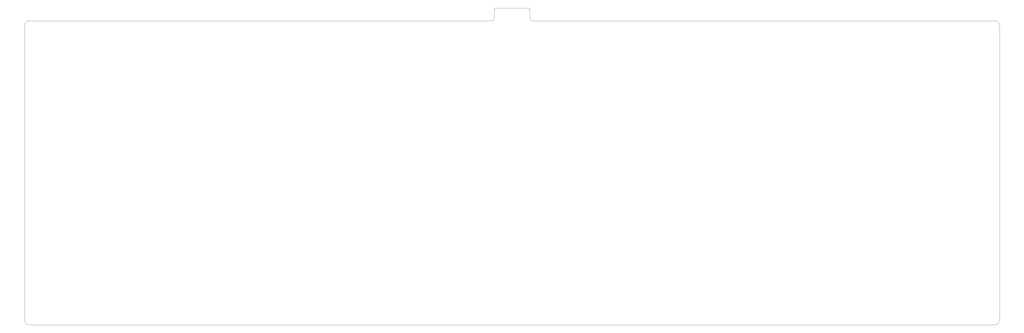
<source format=gm1>
G04 #@! TF.GenerationSoftware,KiCad,Pcbnew,(6.0.10)*
G04 #@! TF.CreationDate,2023-02-18T22:59:06-08:00*
G04 #@! TF.ProjectId,KeyboardM,4b657962-6f61-4726-944d-2e6b69636164,rev?*
G04 #@! TF.SameCoordinates,Original*
G04 #@! TF.FileFunction,Profile,NP*
%FSLAX46Y46*%
G04 Gerber Fmt 4.6, Leading zero omitted, Abs format (unit mm)*
G04 Created by KiCad (PCBNEW (6.0.10)) date 2023-02-18 22:59:06*
%MOMM*%
%LPD*%
G01*
G04 APERTURE LIST*
G04 #@! TA.AperFunction,Profile*
%ADD10C,0.100000*%
G04 #@! TD*
G04 APERTURE END LIST*
D10*
X214312500Y-47625000D02*
X358775000Y-47625000D01*
X57150000Y-47625000D02*
X201612500Y-47625000D01*
X213518700Y-46831250D02*
G75*
G03*
X214312500Y-47625000I793800J50D01*
G01*
X358775000Y-142875000D02*
G75*
G03*
X360362500Y-141287500I0J1587500D01*
G01*
X213518750Y-46831250D02*
X213518750Y-43656250D01*
X360362500Y-49212500D02*
X360362500Y-141287500D01*
X360362500Y-49212500D02*
G75*
G03*
X358775000Y-47625000I-1587500J0D01*
G01*
X57150000Y-47625000D02*
G75*
G03*
X55562500Y-49212500I0J-1587500D01*
G01*
X55562500Y-141287500D02*
G75*
G03*
X57150000Y-142875000I1587500J0D01*
G01*
X202406250Y-46831250D02*
X202406250Y-43656250D01*
X358775000Y-142875000D02*
X57150000Y-142875000D01*
X55562500Y-141287500D02*
X55562500Y-49212500D01*
X201612500Y-47624950D02*
G75*
G03*
X202406250Y-46831250I0J793750D01*
G01*
X202406250Y-43656250D02*
X213518750Y-43656250D01*
M02*

</source>
